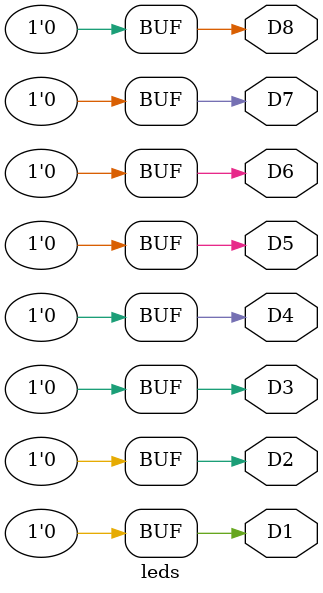
<source format=v>
module leds (
    output wire D1,
    output wire D2,
    output wire D3,
    output wire D4,
    output wire D5,
    output wire D6,
    output wire D7,
    output wire D8
);

assign D1 = 1'b0; // Set D1 to high
assign D2 = 1'b0; // Set D2 to low
assign D3 = 1'b0; // Set D2 to low
assign D4 = 1'b0; // Set D2 to low
assign D5 = 1'b0; // Set D2 to low
assign D6 = 1'b0; // Set D2 to low
assign D7 = 1'b0; // Set D2 to low
assign D8 = 1'b0; // Set D2 to low

endmodule
</source>
